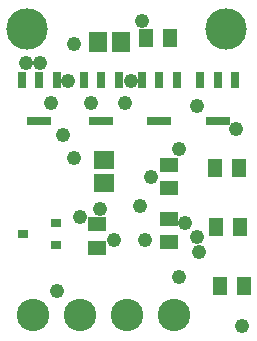
<source format=gbs>
G75*
%MOIN*%
%OFA0B0*%
%FSLAX25Y25*%
%IPPOS*%
%LPD*%
%AMOC8*
5,1,8,0,0,1.08239X$1,22.5*
%
%ADD10R,0.05918X0.07099*%
%ADD11R,0.06706X0.05918*%
%ADD12C,0.13800*%
%ADD13R,0.06312X0.05131*%
%ADD14R,0.05131X0.06312*%
%ADD15R,0.02690X0.05485*%
%ADD16R,0.02965X0.05485*%
%ADD17R,0.07965X0.02611*%
%ADD18R,0.03556X0.02769*%
%ADD19C,0.10800*%
%ADD20C,0.04800*%
D10*
X0035304Y0108572D03*
X0043178Y0108572D03*
D11*
X0037587Y0069320D03*
X0037587Y0061839D03*
D12*
X0011721Y0113178D03*
X0078020Y0113178D03*
D13*
X0059005Y0067863D03*
X0059005Y0059989D03*
X0059005Y0049871D03*
X0059005Y0041997D03*
X0035146Y0040028D03*
X0035146Y0047902D03*
D14*
X0074438Y0066643D03*
X0082312Y0066643D03*
X0082627Y0046957D03*
X0074753Y0046957D03*
X0076091Y0027509D03*
X0083965Y0027509D03*
X0059398Y0110186D03*
X0051524Y0110186D03*
D15*
X0050068Y0095954D03*
X0042430Y0095954D03*
X0030698Y0095954D03*
X0021800Y0095954D03*
X0010068Y0095954D03*
X0061800Y0095954D03*
X0069438Y0095954D03*
X0081170Y0095954D03*
D16*
X0075304Y0095954D03*
X0055934Y0095954D03*
X0036564Y0095954D03*
X0015934Y0095954D03*
D17*
X0015934Y0082509D03*
X0036564Y0082509D03*
X0055934Y0082509D03*
X0075304Y0082509D03*
D18*
X0021583Y0048493D03*
X0021583Y0041013D03*
X0010343Y0044753D03*
D19*
X0013611Y0017548D03*
X0029359Y0017548D03*
X0045107Y0017548D03*
X0060855Y0017548D03*
D20*
X0062600Y0030300D03*
X0069250Y0038850D03*
X0068300Y0043600D03*
X0064500Y0048350D03*
X0053100Y0063550D03*
X0049300Y0054050D03*
X0051200Y0042650D03*
X0040750Y0042650D03*
X0036000Y0053100D03*
X0029350Y0050250D03*
X0027450Y0070200D03*
X0023650Y0077800D03*
X0019850Y0088250D03*
X0025550Y0095850D03*
X0033150Y0088250D03*
X0044550Y0088250D03*
X0046450Y0095850D03*
X0050250Y0115800D03*
X0068300Y0087300D03*
X0062600Y0073050D03*
X0081600Y0079700D03*
X0083500Y0014150D03*
X0021750Y0025550D03*
X0016050Y0101550D03*
X0011300Y0101550D03*
X0027450Y0108200D03*
M02*

</source>
